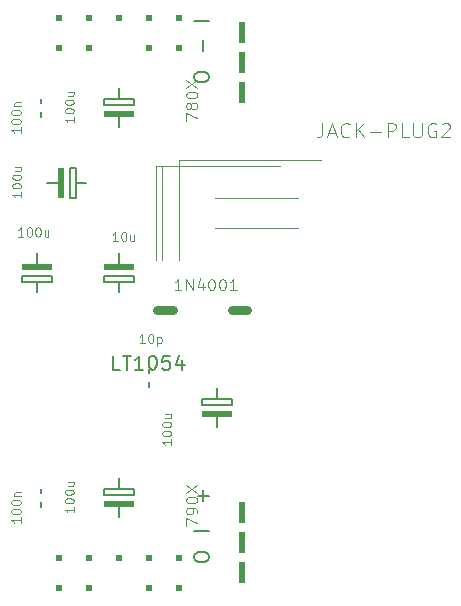
<source format=gbr>
G04 #@! TF.GenerationSoftware,KiCad,Pcbnew,(5.1.5)-3*
G04 #@! TF.CreationDate,2020-03-15T10:52:14-07:00*
G04 #@! TF.ProjectId,bbf-supply_v1,6262662d-7375-4707-906c-795f76312e6b,rev?*
G04 #@! TF.SameCoordinates,Original*
G04 #@! TF.FileFunction,Other,Fab,Top*
%FSLAX46Y46*%
G04 Gerber Fmt 4.6, Leading zero omitted, Abs format (unit mm)*
G04 Created by KiCad (PCBNEW (5.1.5)-3) date 2020-03-15 10:52:14*
%MOMM*%
%LPD*%
G04 APERTURE LIST*
%ADD10C,0.100000*%
%ADD11C,0.152400*%
%ADD12C,0.762000*%
%ADD13C,0.096520*%
%ADD14C,0.144780*%
%ADD15C,0.077216*%
%ADD16C,0.127000*%
%ADD17C,0.115824*%
G04 APERTURE END LIST*
D10*
G04 #@! TO.C,J1*
X162331100Y-96128600D02*
X155331100Y-96128600D01*
X162331100Y-98628600D02*
X155331100Y-98628600D01*
X150831100Y-93378600D02*
X150831100Y-101378600D01*
X150331100Y-93378600D02*
X150331100Y-101378600D01*
X150831100Y-93378600D02*
X150331100Y-93378600D01*
X152331100Y-93378600D02*
X150831100Y-93378600D01*
X164331100Y-92878600D02*
X152331100Y-92878600D01*
X152331100Y-92878600D02*
X152331100Y-93378600D01*
X152331100Y-93378600D02*
X152331100Y-101378600D01*
X160831100Y-93378600D02*
X152331100Y-93378600D01*
G04 #@! TO.C,C4*
G36*
X141516100Y-102204600D02*
G01*
X141516100Y-101696600D01*
X138976100Y-101696600D01*
X138976100Y-102204600D01*
X141516100Y-102204600D01*
G37*
D11*
X140246100Y-101823600D02*
X140246100Y-100807600D01*
X138976100Y-103220600D02*
X140246100Y-103220600D01*
X138976100Y-102712600D02*
X138976100Y-103220600D01*
X141516100Y-102712600D02*
X138976100Y-102712600D01*
X141516100Y-103220600D02*
X141516100Y-102712600D01*
X140246100Y-103220600D02*
X141516100Y-103220600D01*
X140246100Y-104109600D02*
X140246100Y-103220600D01*
D10*
G04 #@! TO.C,C2*
G36*
X145961100Y-88742600D02*
G01*
X145961100Y-89250600D01*
X148501100Y-89250600D01*
X148501100Y-88742600D01*
X145961100Y-88742600D01*
G37*
D11*
X147231100Y-89123600D02*
X147231100Y-90139600D01*
X148501100Y-87726600D02*
X147231100Y-87726600D01*
X148501100Y-88234600D02*
X148501100Y-87726600D01*
X145961100Y-88234600D02*
X148501100Y-88234600D01*
X145961100Y-87726600D02*
X145961100Y-88234600D01*
X147231100Y-87726600D02*
X145961100Y-87726600D01*
X147231100Y-86837600D02*
X147231100Y-87726600D01*
D10*
G04 #@! TO.C,C9*
G36*
X145961100Y-121762600D02*
G01*
X145961100Y-122270600D01*
X148501100Y-122270600D01*
X148501100Y-121762600D01*
X145961100Y-121762600D01*
G37*
D11*
X147231100Y-122143600D02*
X147231100Y-123159600D01*
X148501100Y-120746600D02*
X147231100Y-120746600D01*
X148501100Y-121254600D02*
X148501100Y-120746600D01*
X145961100Y-121254600D02*
X148501100Y-121254600D01*
X145961100Y-120746600D02*
X145961100Y-121254600D01*
X147231100Y-120746600D02*
X145961100Y-120746600D01*
X147231100Y-119857600D02*
X147231100Y-120746600D01*
D10*
G04 #@! TO.C,IC3*
G36*
X157391100Y-126969600D02*
G01*
X157391100Y-128747600D01*
X157899100Y-128747600D01*
X157899100Y-126969600D01*
X157391100Y-126969600D01*
G37*
G36*
X157391100Y-124429600D02*
G01*
X157391100Y-126207600D01*
X157899100Y-126207600D01*
X157899100Y-124429600D01*
X157391100Y-124429600D01*
G37*
G36*
X157391100Y-121889600D02*
G01*
X157391100Y-123667600D01*
X157899100Y-123667600D01*
X157899100Y-121889600D01*
X157391100Y-121889600D01*
G37*
G04 #@! TO.C,C3*
G36*
X142532100Y-93568600D02*
G01*
X142024100Y-93568600D01*
X142024100Y-96108600D01*
X142532100Y-96108600D01*
X142532100Y-93568600D01*
G37*
D11*
X142151100Y-94838600D02*
X141135100Y-94838600D01*
X143548100Y-96108600D02*
X143548100Y-94838600D01*
X143040100Y-96108600D02*
X143548100Y-96108600D01*
X143040100Y-93568600D02*
X143040100Y-96108600D01*
X143548100Y-93568600D02*
X143040100Y-93568600D01*
X143548100Y-94838600D02*
X143548100Y-93568600D01*
X144437100Y-94838600D02*
X143548100Y-94838600D01*
D10*
G04 #@! TO.C,C7*
G36*
X154216100Y-114142600D02*
G01*
X154216100Y-114650600D01*
X156756100Y-114650600D01*
X156756100Y-114142600D01*
X154216100Y-114142600D01*
G37*
D11*
X155486100Y-114523600D02*
X155486100Y-115539600D01*
X156756100Y-113126600D02*
X155486100Y-113126600D01*
X156756100Y-113634600D02*
X156756100Y-113126600D01*
X154216100Y-113634600D02*
X156756100Y-113634600D01*
X154216100Y-113126600D02*
X154216100Y-113634600D01*
X155486100Y-113126600D02*
X154216100Y-113126600D01*
X155486100Y-112237600D02*
X155486100Y-113126600D01*
D10*
G04 #@! TO.C,IC1*
G36*
X157391100Y-86329600D02*
G01*
X157391100Y-88107600D01*
X157899100Y-88107600D01*
X157899100Y-86329600D01*
X157391100Y-86329600D01*
G37*
G36*
X157391100Y-83789600D02*
G01*
X157391100Y-85567600D01*
X157899100Y-85567600D01*
X157899100Y-83789600D01*
X157391100Y-83789600D01*
G37*
G36*
X157391100Y-81249600D02*
G01*
X157391100Y-83027600D01*
X157899100Y-83027600D01*
X157899100Y-81249600D01*
X157391100Y-81249600D01*
G37*
D12*
G04 #@! TO.C,D1*
X158026100Y-105633600D02*
X156756100Y-105633600D01*
X150406100Y-105633600D02*
X151803100Y-105633600D01*
D11*
G04 #@! TO.C,C6*
X149771100Y-110967600D02*
X149771100Y-110586600D01*
X149771100Y-112110600D02*
X149771100Y-111729600D01*
D10*
G04 #@! TO.C,C5*
G36*
X148501100Y-102204600D02*
G01*
X148501100Y-101696600D01*
X145961100Y-101696600D01*
X145961100Y-102204600D01*
X148501100Y-102204600D01*
G37*
D11*
X147231100Y-101823600D02*
X147231100Y-100807600D01*
X145961100Y-103220600D02*
X147231100Y-103220600D01*
X145961100Y-102712600D02*
X145961100Y-103220600D01*
X148501100Y-102712600D02*
X145961100Y-102712600D01*
X148501100Y-103220600D02*
X148501100Y-102712600D01*
X147231100Y-103220600D02*
X148501100Y-103220600D01*
X147231100Y-104109600D02*
X147231100Y-103220600D01*
G04 #@! TO.C,C1*
X140563600Y-88107600D02*
X140563600Y-87726600D01*
X140563600Y-89250600D02*
X140563600Y-88869600D01*
G04 #@! TO.C,C8*
X140563600Y-121127600D02*
X140563600Y-120746600D01*
X140563600Y-122270600D02*
X140563600Y-121889600D01*
D10*
G04 #@! TO.C,JP1*
G36*
X150025100Y-81122600D02*
G01*
X150025100Y-80614600D01*
X149517100Y-80614600D01*
X149517100Y-81122600D01*
X150025100Y-81122600D01*
G37*
G36*
X150025100Y-83662600D02*
G01*
X150025100Y-83154600D01*
X149517100Y-83154600D01*
X149517100Y-83662600D01*
X150025100Y-83662600D01*
G37*
G36*
X152565100Y-83662600D02*
G01*
X152565100Y-83154600D01*
X152057100Y-83154600D01*
X152057100Y-83662600D01*
X152565100Y-83662600D01*
G37*
G36*
X152565100Y-81122600D02*
G01*
X152565100Y-80614600D01*
X152057100Y-80614600D01*
X152057100Y-81122600D01*
X152565100Y-81122600D01*
G37*
G36*
X147485100Y-81122600D02*
G01*
X147485100Y-80614600D01*
X146977100Y-80614600D01*
X146977100Y-81122600D01*
X147485100Y-81122600D01*
G37*
G36*
X144945100Y-83662600D02*
G01*
X144945100Y-83154600D01*
X144437100Y-83154600D01*
X144437100Y-83662600D01*
X144945100Y-83662600D01*
G37*
G36*
X144945100Y-81122600D02*
G01*
X144945100Y-80614600D01*
X144437100Y-80614600D01*
X144437100Y-81122600D01*
X144945100Y-81122600D01*
G37*
G36*
X142405100Y-81122600D02*
G01*
X142405100Y-80614600D01*
X141897100Y-80614600D01*
X141897100Y-81122600D01*
X142405100Y-81122600D01*
G37*
G36*
X142405100Y-83662600D02*
G01*
X142405100Y-83154600D01*
X141897100Y-83154600D01*
X141897100Y-83662600D01*
X142405100Y-83662600D01*
G37*
G04 #@! TO.C,JP2*
G36*
X150025100Y-126842600D02*
G01*
X150025100Y-126334600D01*
X149517100Y-126334600D01*
X149517100Y-126842600D01*
X150025100Y-126842600D01*
G37*
G36*
X150025100Y-129382600D02*
G01*
X150025100Y-128874600D01*
X149517100Y-128874600D01*
X149517100Y-129382600D01*
X150025100Y-129382600D01*
G37*
G36*
X152565100Y-129382600D02*
G01*
X152565100Y-128874600D01*
X152057100Y-128874600D01*
X152057100Y-129382600D01*
X152565100Y-129382600D01*
G37*
G36*
X152565100Y-126842600D02*
G01*
X152565100Y-126334600D01*
X152057100Y-126334600D01*
X152057100Y-126842600D01*
X152565100Y-126842600D01*
G37*
G36*
X147485100Y-126842600D02*
G01*
X147485100Y-126334600D01*
X146977100Y-126334600D01*
X146977100Y-126842600D01*
X147485100Y-126842600D01*
G37*
G36*
X144945100Y-129382600D02*
G01*
X144945100Y-128874600D01*
X144437100Y-128874600D01*
X144437100Y-129382600D01*
X144945100Y-129382600D01*
G37*
G36*
X144945100Y-126842600D02*
G01*
X144945100Y-126334600D01*
X144437100Y-126334600D01*
X144437100Y-126842600D01*
X144945100Y-126842600D01*
G37*
G36*
X142405100Y-126842600D02*
G01*
X142405100Y-126334600D01*
X141897100Y-126334600D01*
X141897100Y-126842600D01*
X142405100Y-126842600D01*
G37*
G36*
X142405100Y-129382600D02*
G01*
X142405100Y-128874600D01*
X141897100Y-128874600D01*
X141897100Y-129382600D01*
X142405100Y-129382600D01*
G37*
G04 #@! TD*
G04 #@! TO.C,J1*
D13*
X164435814Y-89764647D02*
X164435814Y-90626433D01*
X164378361Y-90798790D01*
X164263457Y-90913695D01*
X164091099Y-90971147D01*
X163976195Y-90971147D01*
X164952885Y-90626433D02*
X165527409Y-90626433D01*
X164837980Y-90971147D02*
X165240147Y-89764647D01*
X165642314Y-90971147D01*
X166733909Y-90856242D02*
X166676457Y-90913695D01*
X166504099Y-90971147D01*
X166389195Y-90971147D01*
X166216838Y-90913695D01*
X166101933Y-90798790D01*
X166044480Y-90683885D01*
X165987028Y-90454076D01*
X165987028Y-90281719D01*
X166044480Y-90051909D01*
X166101933Y-89937004D01*
X166216838Y-89822100D01*
X166389195Y-89764647D01*
X166504099Y-89764647D01*
X166676457Y-89822100D01*
X166733909Y-89879552D01*
X167250980Y-90971147D02*
X167250980Y-89764647D01*
X167940409Y-90971147D02*
X167423338Y-90281719D01*
X167940409Y-89764647D02*
X167250980Y-90454076D01*
X168457480Y-90511528D02*
X169376718Y-90511528D01*
X169951242Y-90971147D02*
X169951242Y-89764647D01*
X170410861Y-89764647D01*
X170525766Y-89822100D01*
X170583218Y-89879552D01*
X170640671Y-89994457D01*
X170640671Y-90166814D01*
X170583218Y-90281719D01*
X170525766Y-90339171D01*
X170410861Y-90396623D01*
X169951242Y-90396623D01*
X171732266Y-90971147D02*
X171157742Y-90971147D01*
X171157742Y-89764647D01*
X172134433Y-89764647D02*
X172134433Y-90741338D01*
X172191885Y-90856242D01*
X172249338Y-90913695D01*
X172364242Y-90971147D01*
X172594052Y-90971147D01*
X172708957Y-90913695D01*
X172766409Y-90856242D01*
X172823861Y-90741338D01*
X172823861Y-89764647D01*
X174030361Y-89822100D02*
X173915457Y-89764647D01*
X173743099Y-89764647D01*
X173570742Y-89822100D01*
X173455838Y-89937004D01*
X173398385Y-90051909D01*
X173340933Y-90281719D01*
X173340933Y-90454076D01*
X173398385Y-90683885D01*
X173455838Y-90798790D01*
X173570742Y-90913695D01*
X173743099Y-90971147D01*
X173858004Y-90971147D01*
X174030361Y-90913695D01*
X174087814Y-90856242D01*
X174087814Y-90454076D01*
X173858004Y-90454076D01*
X174547433Y-89879552D02*
X174604885Y-89822100D01*
X174719790Y-89764647D01*
X175007052Y-89764647D01*
X175121957Y-89822100D01*
X175179409Y-89879552D01*
X175236861Y-89994457D01*
X175236861Y-90109361D01*
X175179409Y-90281719D01*
X174489980Y-90971147D01*
X175236861Y-90971147D01*
G04 #@! TO.C,IC2*
D14*
X147297992Y-110656147D02*
X146723468Y-110656147D01*
X146723468Y-109449647D01*
X147527802Y-109449647D02*
X148217230Y-109449647D01*
X147872516Y-110656147D02*
X147872516Y-109449647D01*
X149251373Y-110656147D02*
X148561945Y-110656147D01*
X148906659Y-110656147D02*
X148906659Y-109449647D01*
X148791754Y-109622004D01*
X148676849Y-109736909D01*
X148561945Y-109794361D01*
X149998254Y-109449647D02*
X150113159Y-109449647D01*
X150228064Y-109507100D01*
X150285516Y-109564552D01*
X150342968Y-109679457D01*
X150400421Y-109909266D01*
X150400421Y-110196528D01*
X150342968Y-110426338D01*
X150285516Y-110541242D01*
X150228064Y-110598695D01*
X150113159Y-110656147D01*
X149998254Y-110656147D01*
X149883349Y-110598695D01*
X149825897Y-110541242D01*
X149768445Y-110426338D01*
X149710992Y-110196528D01*
X149710992Y-109909266D01*
X149768445Y-109679457D01*
X149825897Y-109564552D01*
X149883349Y-109507100D01*
X149998254Y-109449647D01*
X151492016Y-109449647D02*
X150917492Y-109449647D01*
X150860040Y-110024171D01*
X150917492Y-109966719D01*
X151032397Y-109909266D01*
X151319659Y-109909266D01*
X151434564Y-109966719D01*
X151492016Y-110024171D01*
X151549468Y-110139076D01*
X151549468Y-110426338D01*
X151492016Y-110541242D01*
X151434564Y-110598695D01*
X151319659Y-110656147D01*
X151032397Y-110656147D01*
X150917492Y-110598695D01*
X150860040Y-110541242D01*
X152583611Y-109851814D02*
X152583611Y-110656147D01*
X152296349Y-109392195D02*
X152009087Y-110253980D01*
X152755968Y-110253980D01*
G04 #@! TO.C,C4*
D15*
X139106602Y-99373830D02*
X138665368Y-99373830D01*
X138885985Y-99373830D02*
X138885985Y-98601670D01*
X138812446Y-98711979D01*
X138738907Y-98785518D01*
X138665368Y-98822287D01*
X139584606Y-98601670D02*
X139658145Y-98601670D01*
X139731684Y-98638440D01*
X139768454Y-98675209D01*
X139805223Y-98748748D01*
X139841993Y-98895826D01*
X139841993Y-99079674D01*
X139805223Y-99226752D01*
X139768454Y-99300291D01*
X139731684Y-99337060D01*
X139658145Y-99373830D01*
X139584606Y-99373830D01*
X139511067Y-99337060D01*
X139474298Y-99300291D01*
X139437528Y-99226752D01*
X139400758Y-99079674D01*
X139400758Y-98895826D01*
X139437528Y-98748748D01*
X139474298Y-98675209D01*
X139511067Y-98638440D01*
X139584606Y-98601670D01*
X140319997Y-98601670D02*
X140393536Y-98601670D01*
X140467075Y-98638440D01*
X140503844Y-98675209D01*
X140540614Y-98748748D01*
X140577383Y-98895826D01*
X140577383Y-99079674D01*
X140540614Y-99226752D01*
X140503844Y-99300291D01*
X140467075Y-99337060D01*
X140393536Y-99373830D01*
X140319997Y-99373830D01*
X140246458Y-99337060D01*
X140209688Y-99300291D01*
X140172918Y-99226752D01*
X140136149Y-99079674D01*
X140136149Y-98895826D01*
X140172918Y-98748748D01*
X140209688Y-98675209D01*
X140246458Y-98638440D01*
X140319997Y-98601670D01*
X141239235Y-98859057D02*
X141239235Y-99373830D01*
X140908309Y-98859057D02*
X140908309Y-99263521D01*
X140945078Y-99337060D01*
X141018618Y-99373830D01*
X141128926Y-99373830D01*
X141202465Y-99337060D01*
X141239235Y-99300291D01*
G04 #@! TO.C,C2*
X143384330Y-89247097D02*
X143384330Y-89688331D01*
X143384330Y-89467714D02*
X142612170Y-89467714D01*
X142722479Y-89541253D01*
X142796018Y-89614792D01*
X142832787Y-89688331D01*
X142612170Y-88769093D02*
X142612170Y-88695554D01*
X142648940Y-88622015D01*
X142685709Y-88585245D01*
X142759248Y-88548476D01*
X142906326Y-88511706D01*
X143090174Y-88511706D01*
X143237252Y-88548476D01*
X143310791Y-88585245D01*
X143347560Y-88622015D01*
X143384330Y-88695554D01*
X143384330Y-88769093D01*
X143347560Y-88842632D01*
X143310791Y-88879401D01*
X143237252Y-88916171D01*
X143090174Y-88952941D01*
X142906326Y-88952941D01*
X142759248Y-88916171D01*
X142685709Y-88879401D01*
X142648940Y-88842632D01*
X142612170Y-88769093D01*
X142612170Y-88033702D02*
X142612170Y-87960163D01*
X142648940Y-87886624D01*
X142685709Y-87849855D01*
X142759248Y-87813085D01*
X142906326Y-87776316D01*
X143090174Y-87776316D01*
X143237252Y-87813085D01*
X143310791Y-87849855D01*
X143347560Y-87886624D01*
X143384330Y-87960163D01*
X143384330Y-88033702D01*
X143347560Y-88107241D01*
X143310791Y-88144011D01*
X143237252Y-88180781D01*
X143090174Y-88217550D01*
X142906326Y-88217550D01*
X142759248Y-88180781D01*
X142685709Y-88144011D01*
X142648940Y-88107241D01*
X142612170Y-88033702D01*
X142869557Y-87114464D02*
X143384330Y-87114464D01*
X142869557Y-87445390D02*
X143274021Y-87445390D01*
X143347560Y-87408621D01*
X143384330Y-87335081D01*
X143384330Y-87224773D01*
X143347560Y-87151234D01*
X143310791Y-87114464D01*
G04 #@! TO.C,C9*
X143384330Y-122267097D02*
X143384330Y-122708331D01*
X143384330Y-122487714D02*
X142612170Y-122487714D01*
X142722479Y-122561253D01*
X142796018Y-122634792D01*
X142832787Y-122708331D01*
X142612170Y-121789093D02*
X142612170Y-121715554D01*
X142648940Y-121642015D01*
X142685709Y-121605245D01*
X142759248Y-121568476D01*
X142906326Y-121531706D01*
X143090174Y-121531706D01*
X143237252Y-121568476D01*
X143310791Y-121605245D01*
X143347560Y-121642015D01*
X143384330Y-121715554D01*
X143384330Y-121789093D01*
X143347560Y-121862632D01*
X143310791Y-121899401D01*
X143237252Y-121936171D01*
X143090174Y-121972941D01*
X142906326Y-121972941D01*
X142759248Y-121936171D01*
X142685709Y-121899401D01*
X142648940Y-121862632D01*
X142612170Y-121789093D01*
X142612170Y-121053702D02*
X142612170Y-120980163D01*
X142648940Y-120906624D01*
X142685709Y-120869855D01*
X142759248Y-120833085D01*
X142906326Y-120796316D01*
X143090174Y-120796316D01*
X143237252Y-120833085D01*
X143310791Y-120869855D01*
X143347560Y-120906624D01*
X143384330Y-120980163D01*
X143384330Y-121053702D01*
X143347560Y-121127241D01*
X143310791Y-121164011D01*
X143237252Y-121200781D01*
X143090174Y-121237550D01*
X142906326Y-121237550D01*
X142759248Y-121200781D01*
X142685709Y-121164011D01*
X142648940Y-121127241D01*
X142612170Y-121053702D01*
X142869557Y-120134464D02*
X143384330Y-120134464D01*
X142869557Y-120465390D02*
X143274021Y-120465390D01*
X143347560Y-120428621D01*
X143384330Y-120355081D01*
X143384330Y-120244773D01*
X143347560Y-120171234D01*
X143310791Y-120134464D01*
G04 #@! TO.C,IC3*
D13*
X152887438Y-123847976D02*
X152887438Y-123204509D01*
X153852638Y-123618166D01*
X153852638Y-122790852D02*
X153852638Y-122607004D01*
X153806676Y-122515081D01*
X153760714Y-122469119D01*
X153622828Y-122377195D01*
X153438980Y-122331233D01*
X153071285Y-122331233D01*
X152979361Y-122377195D01*
X152933400Y-122423157D01*
X152887438Y-122515081D01*
X152887438Y-122698928D01*
X152933400Y-122790852D01*
X152979361Y-122836814D01*
X153071285Y-122882776D01*
X153301095Y-122882776D01*
X153393019Y-122836814D01*
X153438980Y-122790852D01*
X153484942Y-122698928D01*
X153484942Y-122515081D01*
X153438980Y-122423157D01*
X153393019Y-122377195D01*
X153301095Y-122331233D01*
X152887438Y-121733728D02*
X152887438Y-121641804D01*
X152933400Y-121549881D01*
X152979361Y-121503919D01*
X153071285Y-121457957D01*
X153255133Y-121411995D01*
X153484942Y-121411995D01*
X153668790Y-121457957D01*
X153760714Y-121503919D01*
X153806676Y-121549881D01*
X153852638Y-121641804D01*
X153852638Y-121733728D01*
X153806676Y-121825652D01*
X153760714Y-121871614D01*
X153668790Y-121917576D01*
X153484942Y-121963538D01*
X153255133Y-121963538D01*
X153071285Y-121917576D01*
X152979361Y-121871614D01*
X152933400Y-121825652D01*
X152887438Y-121733728D01*
X152887438Y-121090262D02*
X153852638Y-120446795D01*
X152887438Y-120446795D02*
X153852638Y-121090262D01*
D16*
X153587147Y-126623978D02*
X153587147Y-126394169D01*
X153644600Y-126279264D01*
X153759504Y-126164359D01*
X153989314Y-126106907D01*
X154391480Y-126106907D01*
X154621290Y-126164359D01*
X154736195Y-126279264D01*
X154793647Y-126394169D01*
X154793647Y-126623978D01*
X154736195Y-126738883D01*
X154621290Y-126853788D01*
X154391480Y-126911240D01*
X153989314Y-126911240D01*
X153759504Y-126853788D01*
X153644600Y-126738883D01*
X153587147Y-126623978D01*
X154793647Y-124313788D02*
X153587147Y-124313788D01*
X154334028Y-121773788D02*
X154334028Y-120854550D01*
X154793647Y-121314169D02*
X153874409Y-121314169D01*
G04 #@! TO.C,C3*
D15*
X138939330Y-95597097D02*
X138939330Y-96038331D01*
X138939330Y-95817714D02*
X138167170Y-95817714D01*
X138277479Y-95891253D01*
X138351018Y-95964792D01*
X138387787Y-96038331D01*
X138167170Y-95119093D02*
X138167170Y-95045554D01*
X138203940Y-94972015D01*
X138240709Y-94935245D01*
X138314248Y-94898476D01*
X138461326Y-94861706D01*
X138645174Y-94861706D01*
X138792252Y-94898476D01*
X138865791Y-94935245D01*
X138902560Y-94972015D01*
X138939330Y-95045554D01*
X138939330Y-95119093D01*
X138902560Y-95192632D01*
X138865791Y-95229401D01*
X138792252Y-95266171D01*
X138645174Y-95302941D01*
X138461326Y-95302941D01*
X138314248Y-95266171D01*
X138240709Y-95229401D01*
X138203940Y-95192632D01*
X138167170Y-95119093D01*
X138167170Y-94383702D02*
X138167170Y-94310163D01*
X138203940Y-94236624D01*
X138240709Y-94199855D01*
X138314248Y-94163085D01*
X138461326Y-94126316D01*
X138645174Y-94126316D01*
X138792252Y-94163085D01*
X138865791Y-94199855D01*
X138902560Y-94236624D01*
X138939330Y-94310163D01*
X138939330Y-94383702D01*
X138902560Y-94457241D01*
X138865791Y-94494011D01*
X138792252Y-94530781D01*
X138645174Y-94567550D01*
X138461326Y-94567550D01*
X138314248Y-94530781D01*
X138240709Y-94494011D01*
X138203940Y-94457241D01*
X138167170Y-94383702D01*
X138424557Y-93464464D02*
X138939330Y-93464464D01*
X138424557Y-93795390D02*
X138829021Y-93795390D01*
X138902560Y-93758621D01*
X138939330Y-93685081D01*
X138939330Y-93574773D01*
X138902560Y-93501234D01*
X138865791Y-93464464D01*
G04 #@! TO.C,C7*
X151639330Y-116552097D02*
X151639330Y-116993331D01*
X151639330Y-116772714D02*
X150867170Y-116772714D01*
X150977479Y-116846253D01*
X151051018Y-116919792D01*
X151087787Y-116993331D01*
X150867170Y-116074093D02*
X150867170Y-116000554D01*
X150903940Y-115927015D01*
X150940709Y-115890245D01*
X151014248Y-115853476D01*
X151161326Y-115816706D01*
X151345174Y-115816706D01*
X151492252Y-115853476D01*
X151565791Y-115890245D01*
X151602560Y-115927015D01*
X151639330Y-116000554D01*
X151639330Y-116074093D01*
X151602560Y-116147632D01*
X151565791Y-116184401D01*
X151492252Y-116221171D01*
X151345174Y-116257941D01*
X151161326Y-116257941D01*
X151014248Y-116221171D01*
X150940709Y-116184401D01*
X150903940Y-116147632D01*
X150867170Y-116074093D01*
X150867170Y-115338702D02*
X150867170Y-115265163D01*
X150903940Y-115191624D01*
X150940709Y-115154855D01*
X151014248Y-115118085D01*
X151161326Y-115081316D01*
X151345174Y-115081316D01*
X151492252Y-115118085D01*
X151565791Y-115154855D01*
X151602560Y-115191624D01*
X151639330Y-115265163D01*
X151639330Y-115338702D01*
X151602560Y-115412241D01*
X151565791Y-115449011D01*
X151492252Y-115485781D01*
X151345174Y-115522550D01*
X151161326Y-115522550D01*
X151014248Y-115485781D01*
X150940709Y-115449011D01*
X150903940Y-115412241D01*
X150867170Y-115338702D01*
X151124557Y-114419464D02*
X151639330Y-114419464D01*
X151124557Y-114750390D02*
X151529021Y-114750390D01*
X151602560Y-114713621D01*
X151639330Y-114640081D01*
X151639330Y-114529773D01*
X151602560Y-114456234D01*
X151565791Y-114419464D01*
G04 #@! TO.C,IC1*
D13*
X152887438Y-89557976D02*
X152887438Y-88914509D01*
X153852638Y-89328166D01*
X153301095Y-88408928D02*
X153255133Y-88500852D01*
X153209171Y-88546814D01*
X153117247Y-88592776D01*
X153071285Y-88592776D01*
X152979361Y-88546814D01*
X152933400Y-88500852D01*
X152887438Y-88408928D01*
X152887438Y-88225081D01*
X152933400Y-88133157D01*
X152979361Y-88087195D01*
X153071285Y-88041233D01*
X153117247Y-88041233D01*
X153209171Y-88087195D01*
X153255133Y-88133157D01*
X153301095Y-88225081D01*
X153301095Y-88408928D01*
X153347057Y-88500852D01*
X153393019Y-88546814D01*
X153484942Y-88592776D01*
X153668790Y-88592776D01*
X153760714Y-88546814D01*
X153806676Y-88500852D01*
X153852638Y-88408928D01*
X153852638Y-88225081D01*
X153806676Y-88133157D01*
X153760714Y-88087195D01*
X153668790Y-88041233D01*
X153484942Y-88041233D01*
X153393019Y-88087195D01*
X153347057Y-88133157D01*
X153301095Y-88225081D01*
X152887438Y-87443728D02*
X152887438Y-87351804D01*
X152933400Y-87259881D01*
X152979361Y-87213919D01*
X153071285Y-87167957D01*
X153255133Y-87121995D01*
X153484942Y-87121995D01*
X153668790Y-87167957D01*
X153760714Y-87213919D01*
X153806676Y-87259881D01*
X153852638Y-87351804D01*
X153852638Y-87443728D01*
X153806676Y-87535652D01*
X153760714Y-87581614D01*
X153668790Y-87627576D01*
X153484942Y-87673538D01*
X153255133Y-87673538D01*
X153071285Y-87627576D01*
X152979361Y-87581614D01*
X152933400Y-87535652D01*
X152887438Y-87443728D01*
X152887438Y-86800262D02*
X153852638Y-86156795D01*
X152887438Y-86156795D02*
X153852638Y-86800262D01*
D16*
X153587147Y-85983978D02*
X153587147Y-85754169D01*
X153644600Y-85639264D01*
X153759504Y-85524359D01*
X153989314Y-85466907D01*
X154391480Y-85466907D01*
X154621290Y-85524359D01*
X154736195Y-85639264D01*
X154793647Y-85754169D01*
X154793647Y-85983978D01*
X154736195Y-86098883D01*
X154621290Y-86213788D01*
X154391480Y-86271240D01*
X153989314Y-86271240D01*
X153759504Y-86213788D01*
X153644600Y-86098883D01*
X153587147Y-85983978D01*
X154793647Y-81133788D02*
X153587147Y-81133788D01*
X154334028Y-83673788D02*
X154334028Y-82754550D01*
G04 #@! TO.C,D1*
D17*
X152486776Y-103936638D02*
X151935233Y-103936638D01*
X152211004Y-103936638D02*
X152211004Y-102971438D01*
X152119080Y-103109323D01*
X152027157Y-103201247D01*
X151935233Y-103247209D01*
X152900433Y-103936638D02*
X152900433Y-102971438D01*
X153451976Y-103936638D01*
X153451976Y-102971438D01*
X154325252Y-103293171D02*
X154325252Y-103936638D01*
X154095442Y-102925476D02*
X153865633Y-103614904D01*
X154463137Y-103614904D01*
X155014680Y-102971438D02*
X155106604Y-102971438D01*
X155198528Y-103017400D01*
X155244490Y-103063361D01*
X155290452Y-103155285D01*
X155336414Y-103339133D01*
X155336414Y-103568942D01*
X155290452Y-103752790D01*
X155244490Y-103844714D01*
X155198528Y-103890676D01*
X155106604Y-103936638D01*
X155014680Y-103936638D01*
X154922757Y-103890676D01*
X154876795Y-103844714D01*
X154830833Y-103752790D01*
X154784871Y-103568942D01*
X154784871Y-103339133D01*
X154830833Y-103155285D01*
X154876795Y-103063361D01*
X154922757Y-103017400D01*
X155014680Y-102971438D01*
X155933918Y-102971438D02*
X156025842Y-102971438D01*
X156117766Y-103017400D01*
X156163728Y-103063361D01*
X156209690Y-103155285D01*
X156255652Y-103339133D01*
X156255652Y-103568942D01*
X156209690Y-103752790D01*
X156163728Y-103844714D01*
X156117766Y-103890676D01*
X156025842Y-103936638D01*
X155933918Y-103936638D01*
X155841995Y-103890676D01*
X155796033Y-103844714D01*
X155750071Y-103752790D01*
X155704109Y-103568942D01*
X155704109Y-103339133D01*
X155750071Y-103155285D01*
X155796033Y-103063361D01*
X155841995Y-103017400D01*
X155933918Y-102971438D01*
X157174890Y-103936638D02*
X156623347Y-103936638D01*
X156899118Y-103936638D02*
X156899118Y-102971438D01*
X156807195Y-103109323D01*
X156715271Y-103201247D01*
X156623347Y-103247209D01*
G04 #@! TO.C,C6*
D15*
X149393602Y-108390830D02*
X148952368Y-108390830D01*
X149172985Y-108390830D02*
X149172985Y-107618670D01*
X149099446Y-107728979D01*
X149025907Y-107802518D01*
X148952368Y-107839287D01*
X149871606Y-107618670D02*
X149945145Y-107618670D01*
X150018684Y-107655440D01*
X150055454Y-107692209D01*
X150092223Y-107765748D01*
X150128993Y-107912826D01*
X150128993Y-108096674D01*
X150092223Y-108243752D01*
X150055454Y-108317291D01*
X150018684Y-108354060D01*
X149945145Y-108390830D01*
X149871606Y-108390830D01*
X149798067Y-108354060D01*
X149761298Y-108317291D01*
X149724528Y-108243752D01*
X149687758Y-108096674D01*
X149687758Y-107912826D01*
X149724528Y-107765748D01*
X149761298Y-107692209D01*
X149798067Y-107655440D01*
X149871606Y-107618670D01*
X150459918Y-107876057D02*
X150459918Y-108648217D01*
X150459918Y-107912826D02*
X150533458Y-107876057D01*
X150680536Y-107876057D01*
X150754075Y-107912826D01*
X150790844Y-107949596D01*
X150827614Y-108023135D01*
X150827614Y-108243752D01*
X150790844Y-108317291D01*
X150754075Y-108354060D01*
X150680536Y-108390830D01*
X150533458Y-108390830D01*
X150459918Y-108354060D01*
G04 #@! TO.C,C5*
X147107602Y-99754830D02*
X146666368Y-99754830D01*
X146886985Y-99754830D02*
X146886985Y-98982670D01*
X146813446Y-99092979D01*
X146739907Y-99166518D01*
X146666368Y-99203287D01*
X147585606Y-98982670D02*
X147659145Y-98982670D01*
X147732684Y-99019440D01*
X147769454Y-99056209D01*
X147806223Y-99129748D01*
X147842993Y-99276826D01*
X147842993Y-99460674D01*
X147806223Y-99607752D01*
X147769454Y-99681291D01*
X147732684Y-99718060D01*
X147659145Y-99754830D01*
X147585606Y-99754830D01*
X147512067Y-99718060D01*
X147475298Y-99681291D01*
X147438528Y-99607752D01*
X147401758Y-99460674D01*
X147401758Y-99276826D01*
X147438528Y-99129748D01*
X147475298Y-99056209D01*
X147512067Y-99019440D01*
X147585606Y-98982670D01*
X148504844Y-99240057D02*
X148504844Y-99754830D01*
X148173918Y-99240057D02*
X148173918Y-99644521D01*
X148210688Y-99718060D01*
X148284227Y-99754830D01*
X148394536Y-99754830D01*
X148468075Y-99718060D01*
X148504844Y-99681291D01*
G04 #@! TO.C,C1*
X138875830Y-90136097D02*
X138875830Y-90577331D01*
X138875830Y-90356714D02*
X138103670Y-90356714D01*
X138213979Y-90430253D01*
X138287518Y-90503792D01*
X138324287Y-90577331D01*
X138103670Y-89658093D02*
X138103670Y-89584554D01*
X138140440Y-89511015D01*
X138177209Y-89474245D01*
X138250748Y-89437476D01*
X138397826Y-89400706D01*
X138581674Y-89400706D01*
X138728752Y-89437476D01*
X138802291Y-89474245D01*
X138839060Y-89511015D01*
X138875830Y-89584554D01*
X138875830Y-89658093D01*
X138839060Y-89731632D01*
X138802291Y-89768401D01*
X138728752Y-89805171D01*
X138581674Y-89841941D01*
X138397826Y-89841941D01*
X138250748Y-89805171D01*
X138177209Y-89768401D01*
X138140440Y-89731632D01*
X138103670Y-89658093D01*
X138103670Y-88922702D02*
X138103670Y-88849163D01*
X138140440Y-88775624D01*
X138177209Y-88738855D01*
X138250748Y-88702085D01*
X138397826Y-88665316D01*
X138581674Y-88665316D01*
X138728752Y-88702085D01*
X138802291Y-88738855D01*
X138839060Y-88775624D01*
X138875830Y-88849163D01*
X138875830Y-88922702D01*
X138839060Y-88996241D01*
X138802291Y-89033011D01*
X138728752Y-89069781D01*
X138581674Y-89106550D01*
X138397826Y-89106550D01*
X138250748Y-89069781D01*
X138177209Y-89033011D01*
X138140440Y-88996241D01*
X138103670Y-88922702D01*
X138361057Y-88334390D02*
X138875830Y-88334390D01*
X138434596Y-88334390D02*
X138397826Y-88297621D01*
X138361057Y-88224081D01*
X138361057Y-88113773D01*
X138397826Y-88040234D01*
X138471365Y-88003464D01*
X138875830Y-88003464D01*
G04 #@! TO.C,C8*
X138875830Y-123156097D02*
X138875830Y-123597331D01*
X138875830Y-123376714D02*
X138103670Y-123376714D01*
X138213979Y-123450253D01*
X138287518Y-123523792D01*
X138324287Y-123597331D01*
X138103670Y-122678093D02*
X138103670Y-122604554D01*
X138140440Y-122531015D01*
X138177209Y-122494245D01*
X138250748Y-122457476D01*
X138397826Y-122420706D01*
X138581674Y-122420706D01*
X138728752Y-122457476D01*
X138802291Y-122494245D01*
X138839060Y-122531015D01*
X138875830Y-122604554D01*
X138875830Y-122678093D01*
X138839060Y-122751632D01*
X138802291Y-122788401D01*
X138728752Y-122825171D01*
X138581674Y-122861941D01*
X138397826Y-122861941D01*
X138250748Y-122825171D01*
X138177209Y-122788401D01*
X138140440Y-122751632D01*
X138103670Y-122678093D01*
X138103670Y-121942702D02*
X138103670Y-121869163D01*
X138140440Y-121795624D01*
X138177209Y-121758855D01*
X138250748Y-121722085D01*
X138397826Y-121685316D01*
X138581674Y-121685316D01*
X138728752Y-121722085D01*
X138802291Y-121758855D01*
X138839060Y-121795624D01*
X138875830Y-121869163D01*
X138875830Y-121942702D01*
X138839060Y-122016241D01*
X138802291Y-122053011D01*
X138728752Y-122089781D01*
X138581674Y-122126550D01*
X138397826Y-122126550D01*
X138250748Y-122089781D01*
X138177209Y-122053011D01*
X138140440Y-122016241D01*
X138103670Y-121942702D01*
X138361057Y-121354390D02*
X138875830Y-121354390D01*
X138434596Y-121354390D02*
X138397826Y-121317621D01*
X138361057Y-121244081D01*
X138361057Y-121133773D01*
X138397826Y-121060234D01*
X138471365Y-121023464D01*
X138875830Y-121023464D01*
G04 #@! TD*
M02*

</source>
